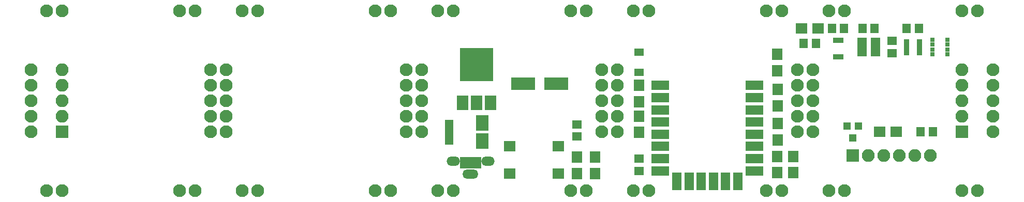
<source format=gts>
G04 #@! TF.FileFunction,Soldermask,Top*
%FSLAX46Y46*%
G04 Gerber Fmt 4.6, Leading zero omitted, Abs format (unit mm)*
G04 Created by KiCad (PCBNEW 4.0.6) date Thu Nov 23 19:04:47 2017*
%MOMM*%
%LPD*%
G01*
G04 APERTURE LIST*
%ADD10C,0.100000*%
%ADD11R,2.100000X2.100000*%
%ADD12O,2.100000X2.100000*%
%ADD13R,1.400000X1.400000*%
%ADD14R,0.800000X0.800000*%
%ADD15R,1.950000X1.700000*%
%ADD16R,1.900000X1.700000*%
%ADD17R,1.200000X1.300000*%
%ADD18R,1.400000X1.650000*%
%ADD19R,0.850000X1.900000*%
%ADD20O,2.200000X1.500000*%
%ADD21O,2.600000X1.500000*%
%ADD22R,3.900000X2.000000*%
%ADD23R,0.900000X0.750000*%
%ADD24R,1.500000X1.000000*%
%ADD25R,1.500000X1.100000*%
%ADD26R,2.900000X1.500000*%
%ADD27R,1.500000X2.900000*%
%ADD28R,1.700000X1.900000*%
%ADD29R,1.600000X1.300000*%
%ADD30R,1.650000X1.400000*%
%ADD31R,2.000000X2.600000*%
%ADD32R,5.400000X5.400000*%
%ADD33R,1.900000X2.400000*%
%ADD34C,2.100000*%
%ADD35R,0.650000X0.950000*%
G04 APERTURE END LIST*
D10*
D11*
X162738000Y-44932600D03*
D12*
X165278000Y-44932600D03*
X167818000Y-44932600D03*
X170358000Y-44932600D03*
X172898000Y-44932600D03*
X175438000Y-44932600D03*
D13*
X96748600Y-42476400D03*
X96748600Y-39776400D03*
X96748600Y-41126400D03*
D14*
X178238000Y-25978000D03*
X178238000Y-26778000D03*
X178238000Y-27578000D03*
X178238000Y-28378000D03*
X175838000Y-28378000D03*
X175838000Y-27578000D03*
X175838000Y-26778000D03*
X175838000Y-25978000D03*
D11*
X33350000Y-41080000D03*
D12*
X33350000Y-38540000D03*
X33350000Y-36000000D03*
X33350000Y-33460000D03*
X33350000Y-30920000D03*
D15*
X106637000Y-47906500D03*
X106637000Y-43406500D03*
X114597000Y-43406500D03*
X114597000Y-47906500D03*
D16*
X169862000Y-41084500D03*
X167162000Y-41084500D03*
D17*
X163700000Y-40084500D03*
X161800000Y-40084500D03*
X162750000Y-42084500D03*
D18*
X173879000Y-41021000D03*
X175879000Y-41021000D03*
D19*
X100233000Y-46101000D03*
X100883000Y-46101000D03*
X99583000Y-46101000D03*
X101533000Y-46101000D03*
X98933000Y-46101000D03*
D20*
X97433000Y-45851000D03*
X103033000Y-45851000D03*
D21*
X100233000Y-48001000D03*
D22*
X108831000Y-33147000D03*
X114231000Y-33147000D03*
D23*
X173645000Y-26203000D03*
X173645000Y-26853000D03*
X173645000Y-27503000D03*
X173645000Y-28153000D03*
X171595000Y-28153000D03*
X171595000Y-27503000D03*
X171595000Y-26853000D03*
X171595000Y-26203000D03*
D24*
X166454000Y-28178000D03*
D25*
X166454000Y-27178000D03*
D24*
X166454000Y-26178000D03*
X164254000Y-26178000D03*
D25*
X164254000Y-27178000D03*
D24*
X164254000Y-28178000D03*
D26*
X131278000Y-33458400D03*
X131278000Y-35458400D03*
X131278000Y-37458400D03*
X131278000Y-39458400D03*
X131278000Y-41458400D03*
X131278000Y-43458400D03*
X131278000Y-45458400D03*
X131278000Y-47458400D03*
X146678000Y-47458400D03*
X146678000Y-45458400D03*
X146678000Y-43458400D03*
X146678000Y-41458400D03*
X146678000Y-39458400D03*
X146678000Y-37458400D03*
X146678000Y-35458400D03*
X146678000Y-33458400D03*
D27*
X133968000Y-49158400D03*
X135968000Y-49158400D03*
X137968000Y-49158400D03*
X139968000Y-49158400D03*
X141968000Y-49158400D03*
X143968000Y-49158400D03*
D28*
X150444000Y-39674800D03*
X150444000Y-42374800D03*
X150393000Y-28342600D03*
X150393000Y-31042600D03*
D29*
X127762000Y-28042600D03*
X127762000Y-31342600D03*
D18*
X173593000Y-24130000D03*
X171593000Y-24130000D03*
D30*
X169164000Y-28178000D03*
X169164000Y-26178000D03*
X127813000Y-47456600D03*
X127813000Y-45456600D03*
D18*
X164354000Y-24130000D03*
X166354000Y-24130000D03*
D30*
X117602000Y-39830500D03*
X117602000Y-41830500D03*
D28*
X120625000Y-45233600D03*
X120625000Y-47933600D03*
X150444000Y-36833800D03*
X150444000Y-34133800D03*
X150419000Y-45081200D03*
X150419000Y-47781200D03*
X127762000Y-36148000D03*
X127762000Y-33448000D03*
X117602000Y-45204400D03*
X117602000Y-47904400D03*
X127762000Y-41177200D03*
X127762000Y-38477200D03*
X153060000Y-45081200D03*
X153060000Y-47781200D03*
D11*
X180620000Y-41080000D03*
D12*
X180620000Y-38540000D03*
X180620000Y-36000000D03*
X180620000Y-33460000D03*
X180620000Y-30920000D03*
D31*
X102171500Y-42584500D03*
X102171500Y-39584500D03*
D32*
X101219000Y-30022400D03*
D33*
X101219000Y-36322400D03*
X103519000Y-36322400D03*
X98919000Y-36322400D03*
D34*
X55140000Y-21270000D03*
X52600000Y-21270000D03*
X33400000Y-21270000D03*
X30860000Y-21270000D03*
X55140000Y-50730000D03*
X52600000Y-50730000D03*
X33400000Y-50730000D03*
X30860000Y-50730000D03*
X57730000Y-30920000D03*
X57730000Y-33460000D03*
X57730000Y-36000000D03*
X57730000Y-38540000D03*
X57730000Y-41080000D03*
X28270000Y-30920000D03*
X28270000Y-33460000D03*
X28270000Y-36000000D03*
X28270000Y-38540000D03*
X28270000Y-41080000D03*
X151140000Y-21270000D03*
X148600000Y-21270000D03*
X129400000Y-21270000D03*
X126860000Y-21270000D03*
X151140000Y-50730000D03*
X148600000Y-50730000D03*
X129400000Y-50730000D03*
X126860000Y-50730000D03*
X153730000Y-30920000D03*
X153730000Y-33460000D03*
X153730000Y-36000000D03*
X153730000Y-38540000D03*
X153730000Y-41080000D03*
X124270000Y-30920000D03*
X124270000Y-33460000D03*
X124270000Y-36000000D03*
X124270000Y-38540000D03*
X124270000Y-41080000D03*
X87140000Y-21270000D03*
X84600000Y-21270000D03*
X65400000Y-21270000D03*
X62860000Y-21270000D03*
X87140000Y-50730000D03*
X84600000Y-50730000D03*
X65400000Y-50730000D03*
X62860000Y-50730000D03*
X89730000Y-30920000D03*
X89730000Y-33460000D03*
X89730000Y-36000000D03*
X89730000Y-38540000D03*
X89730000Y-41080000D03*
X60270000Y-30920000D03*
X60270000Y-33460000D03*
X60270000Y-36000000D03*
X60270000Y-38540000D03*
X60270000Y-41080000D03*
X119136000Y-21270000D03*
X116596000Y-21270000D03*
X97396000Y-21270000D03*
X94856000Y-21270000D03*
X119136000Y-50730000D03*
X116596000Y-50730000D03*
X97396000Y-50730000D03*
X94856000Y-50730000D03*
X121726000Y-30920000D03*
X121726000Y-33460000D03*
X121726000Y-36000000D03*
X121726000Y-38540000D03*
X121726000Y-41080000D03*
X92266000Y-30920000D03*
X92266000Y-33460000D03*
X92266000Y-36000000D03*
X92266000Y-38540000D03*
X92266000Y-41080000D03*
X183140000Y-21270000D03*
X180600000Y-21270000D03*
X161400000Y-21270000D03*
X158860000Y-21270000D03*
X183140000Y-50730000D03*
X180600000Y-50730000D03*
X161400000Y-50730000D03*
X158860000Y-50730000D03*
X185730000Y-30920000D03*
X185730000Y-33460000D03*
X185730000Y-36000000D03*
X185730000Y-38540000D03*
X185730000Y-41080000D03*
X156270000Y-30920000D03*
X156270000Y-33460000D03*
X156270000Y-36000000D03*
X156270000Y-38540000D03*
X156270000Y-41080000D03*
D18*
X161340800Y-24130000D03*
X159340800Y-24130000D03*
D16*
X154402800Y-24130000D03*
X157102800Y-24130000D03*
D35*
X160875600Y-26057000D03*
X160375600Y-26057000D03*
X159875600Y-26057000D03*
X159875600Y-28807000D03*
X160375600Y-28807000D03*
X160875600Y-28807000D03*
D18*
X156718000Y-26568400D03*
X154718000Y-26568400D03*
M02*

</source>
